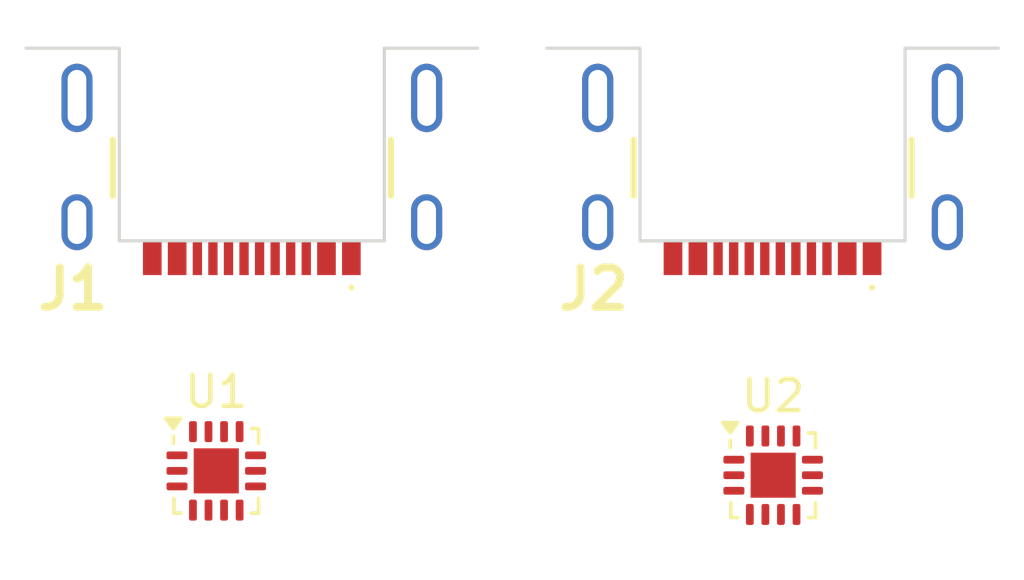
<source format=kicad_pcb>
(kicad_pcb (version 20241229) (generator "pcbnew") (generator_version "9.0")
  (layers (0 "F.Cu" signal) (2 "B.Cu" signal) (13 "F.Paste" user) (15 "B.Paste" user) (5 "F.SilkS" user "F.Silkscreen") (7 "B.SilkS" user "B.Silkscreen") (1 "F.Mask" user) (3 "B.Mask" user) (25 "Edge.Cuts" user))
  (net 0 "")
  (net 1 "/CC2")
  (net 4 "GND")
  (net 7 "VBUS")
  (net 10 "/CC1")
  (net 11 "VCONN")
  (net 12 "Net-(U1-INT_N)")
  (net 13 "VDD")
  (net 14 "Net-(U1-SDA)")
  (net 15 "Net-(U1-SCL)")
  (net 19 "Net-(U2-CC2-Pad1)")
  (net 20 "Net-(U2-GND-Pad15)")
  (net 22 "Net-(U2-CC1-Pad10)")
  (net 23 "Net-(U2-VDD-Pad3)")
  (net 26 "Net-(J2-GND-PadA1)")
  (net 27 "Net-(J2-VBUS-PadA4)")
  (footprint "Package_DFN_QFN:WQFN-14-1EP_2.5x2.5mm_P0.5mm_EP1.45x1.45mm" (layer "F.Cu") (at 83.7375 70.5)
    (property "Reference" "U1" (at 0 -2.55 0) (layer "F.SilkS"))
    (property "Value" "FUSB302B01MPX")
    (fp_line (start -1.38 -0.885) (end -1.38 -1.12) (stroke (width 0.12)) (layer "F.SilkS"))
    (fp_line (start -1.36 1.36) (end -1.36 0.885) (stroke (width 0.12)) (layer "F.SilkS"))
    (fp_line (start -1.135 1.36) (end -1.36 1.36) (stroke (width 0.12)) (layer "F.SilkS"))
    (fp_line (start 1.135 -1.36) (end 1.36 -1.36) (stroke (width 0.12)) (layer "F.SilkS"))
    (fp_line (start 1.135 1.36) (end 1.36 1.36) (stroke (width 0.12)) (layer "F.SilkS"))
    (fp_line (start 1.36 -1.36) (end 1.36 -0.885) (stroke (width 0.12)) (layer "F.SilkS"))
    (fp_line (start 1.36 1.36) (end 1.36 0.885) (stroke (width 0.12)) (layer "F.SilkS"))
    (fp_poly (pts (xy -1.38 -1.36) (xy -1.62 -1.69) (xy -1.14 -1.69)) (stroke (width 0.12)) (fill yes) (layer "F.SilkS"))
    (pad "1" smd roundrect (at -1.2625 -0.5) (size 0.675 0.25) (layers "F.Cu" "F.Mask" "F.Paste") (net 1 "/CC2"))
    (pad "2" smd roundrect (at -1.2625 0) (size 0.675 0.25) (layers "F.Cu" "F.Mask" "F.Paste") (net 7 "VBUS"))
    (pad "3" smd roundrect (at -1.2625 0.5) (size 0.675 0.25) (layers "F.Cu" "F.Mask" "F.Paste") (net 13 "VDD"))
    (pad "4" smd roundrect (at -0.75 1.2625) (size 0.25 0.675) (layers "F.Cu" "F.Mask" "F.Paste") (net 13 "VDD"))
    (pad "5" smd roundrect (at -0.25 1.2625) (size 0.25 0.675) (layers "F.Cu" "F.Mask" "F.Paste") (net 12 "Net-(U1-INT_N)"))
    (pad "6" smd roundrect (at 0.25 1.2625) (size 0.25 0.675) (layers "F.Cu" "F.Mask" "F.Paste") (net 15 "Net-(U1-SCL)"))
    (pad "7" smd roundrect (at 0.75 1.2625) (size 0.25 0.675) (layers "F.Cu" "F.Mask" "F.Paste") (net 14 "Net-(U1-SDA)"))
    (pad "8" smd roundrect (at 1.2625 0.5) (size 0.675 0.25) (layers "F.Cu" "F.Mask" "F.Paste") (net 4 "GND"))
    (pad "9" smd roundrect (at 1.2625 0) (size 0.675 0.25) (layers "F.Cu" "F.Mask" "F.Paste") (net 4 "GND"))
    (pad "10" smd roundrect (at 1.2625 -0.5) (size 0.675 0.25) (layers "F.Cu" "F.Mask" "F.Paste") (net 10 "/CC1"))
    (pad "11" smd roundrect (at 0.75 -1.2625) (size 0.25 0.675) (layers "F.Cu" "F.Mask" "F.Paste") (net 10 "/CC1"))
    (pad "12" smd roundrect (at 0.25 -1.2625) (size 0.25 0.675) (layers "F.Cu" "F.Mask" "F.Paste") (net 11 "VCONN"))
    (pad "13" smd roundrect (at -0.25 -1.2625) (size 0.25 0.675) (layers "F.Cu" "F.Mask" "F.Paste") (net 11 "VCONN"))
    (pad "14" smd roundrect (at -0.75 -1.2625) (size 0.25 0.675) (layers "F.Cu" "F.Mask" "F.Paste") (net 1 "/CC2"))
    (pad "15" smd rect (at 0 0) (size 1.45 1.45) (property pad_prop_heatsink) (layers "F.Cu" "F.Mask") (net 4 "GND"))
  )
  (footprint "Package_DFN_QFN:WQFN-14-1EP_2.5x2.5mm_P0.5mm_EP1.45x1.45mm" (layer "F.Cu") (at 101.64 70.64)
    (property "Reference" "U2" (at 0 -2.55 0) (layer "F.SilkS"))
    (property "Value" "FUSB302B01MPX")
    (fp_line (start -1.38 -0.885) (end -1.38 -1.12) (stroke (width 0.12)) (layer "F.SilkS"))
    (fp_line (start -1.36 1.36) (end -1.36 0.885) (stroke (width 0.12)) (layer "F.SilkS"))
    (fp_line (start -1.135 1.36) (end -1.36 1.36) (stroke (width 0.12)) (layer "F.SilkS"))
    (fp_line (start 1.135 -1.36) (end 1.36 -1.36) (stroke (width 0.12)) (layer "F.SilkS"))
    (fp_line (start 1.135 1.36) (end 1.36 1.36) (stroke (width 0.12)) (layer "F.SilkS"))
    (fp_line (start 1.36 -1.36) (end 1.36 -0.885) (stroke (width 0.12)) (layer "F.SilkS"))
    (fp_line (start 1.36 1.36) (end 1.36 0.885) (stroke (width 0.12)) (layer "F.SilkS"))
    (fp_poly (pts (xy -1.38 -1.36) (xy -1.62 -1.69) (xy -1.14 -1.69)) (stroke (width 0.12)) (fill yes) (layer "F.SilkS"))
    (pad "1" smd roundrect (at -1.2625 -0.5) (size 0.675 0.25) (layers "F.Cu" "F.Mask" "F.Paste") (net 19 "Net-(U2-CC2-Pad1)"))
    (pad "2" smd roundrect (at -1.2625 0) (size 0.675 0.25) (layers "F.Cu" "F.Mask" "F.Paste"))
    (pad "3" smd roundrect (at -1.2625 0.5) (size 0.675 0.25) (layers "F.Cu" "F.Mask" "F.Paste") (net 23 "Net-(U2-VDD-Pad3)"))
    (pad "4" smd roundrect (at -0.75 1.2625) (size 0.25 0.675) (layers "F.Cu" "F.Mask" "F.Paste") (net 23 "Net-(U2-VDD-Pad3)"))
    (pad "5" smd roundrect (at -0.25 1.2625) (size 0.25 0.675) (layers "F.Cu" "F.Mask" "F.Paste"))
    (pad "6" smd roundrect (at 0.25 1.2625) (size 0.25 0.675) (layers "F.Cu" "F.Mask" "F.Paste"))
    (pad "7" smd roundrect (at 0.75 1.2625) (size 0.25 0.675) (layers "F.Cu" "F.Mask" "F.Paste"))
    (pad "8" smd roundrect (at 1.2625 0.5) (size 0.675 0.25) (layers "F.Cu" "F.Mask" "F.Paste") (net 20 "Net-(U2-GND-Pad15)"))
    (pad "9" smd roundrect (at 1.2625 0) (size 0.675 0.25) (layers "F.Cu" "F.Mask" "F.Paste") (net 20 "Net-(U2-GND-Pad15)"))
    (pad "10" smd roundrect (at 1.2625 -0.5) (size 0.675 0.25) (layers "F.Cu" "F.Mask" "F.Paste") (net 22 "Net-(U2-CC1-Pad10)"))
    (pad "11" smd roundrect (at 0.75 -1.2625) (size 0.25 0.675) (layers "F.Cu" "F.Mask" "F.Paste") (net 22 "Net-(U2-CC1-Pad10)"))
    (pad "12" smd roundrect (at 0.25 -1.2625) (size 0.25 0.675) (layers "F.Cu" "F.Mask" "F.Paste"))
    (pad "13" smd roundrect (at -0.25 -1.2625) (size 0.25 0.675) (layers "F.Cu" "F.Mask" "F.Paste"))
    (pad "14" smd roundrect (at -0.75 -1.2625) (size 0.25 0.675) (layers "F.Cu" "F.Mask" "F.Paste") (net 19 "Net-(U2-CC2-Pad1)"))
    (pad "15" smd rect (at 0 0) (size 1.45 1.45) (property pad_prop_heatsink) (layers "F.Cu" "F.Mask") (net 20 "Net-(U2-GND-Pad15)"))
  )
  (footprint "stellar:USB4510031A" (layer "F.Cu") (at 101.62 59.65 180)
    (property "Reference" "J2" (at 5.75 -5 0) (layer "F.SilkS") (effects (font (size 1.27 1.27) (thickness 0.254))))
    (property "Value" "USB_C_Receptacle_USB2.0_16P" (hide yes))
    (fp_line (start 4.47 -2) (end 4.47 -0.2) (stroke (width 0.2)) (layer "F.SilkS"))
    (fp_line (start -3.2 -4.9) (end -3.2 -4.9) (stroke (width 0.1)) (layer "F.SilkS"))
    (fp_line (start -3.2 -5) (end -3.2 -5) (stroke (width 0.1)) (layer "F.SilkS"))
    (fp_line (start -4.47 -2) (end -4.47 -0.2) (stroke (width 0.2)) (layer "F.SilkS"))
    (fp_arc (start -3.2 -4.9) (mid -3.25 -4.95) (end -3.2 -5) (stroke (width 0.1)) (layer "F.SilkS"))
    (fp_arc (start -3.2 -5) (mid -3.15 -4.95) (end -3.2 -4.9) (stroke (width 0.1)) (layer "F.SilkS"))
    (fp_line (start 4.26 2.75) (end 7.26 2.75) (stroke (width 0.1)) (layer "Edge.Cuts"))
    (fp_line (start 4.26 -3.45) (end 4.26 2.75) (stroke (width 0.1)) (layer "Edge.Cuts"))
    (fp_line (start -4.26 2.75) (end -7.26 2.75) (stroke (width 0.1)) (layer "Edge.Cuts"))
    (fp_line (start -4.26 -3.45) (end 4.26 -3.45) (stroke (width 0.1)) (layer "Edge.Cuts"))
    (fp_line (start -4.26 -3.45) (end -4.26 2.75) (stroke (width 0.1)) (layer "Edge.Cuts"))
    (pad "A1" smd rect (at -3.2 -4 180) (size 0.6 1.1) (layers "F.Cu" "F.Mask" "F.Paste") (net 26 "Net-(J2-GND-PadA1)"))
    (pad "A4" smd rect (at -2.4 -4 180) (size 0.6 1.1) (layers "F.Cu" "F.Mask" "F.Paste") (net 27 "Net-(J2-VBUS-PadA4)"))
    (pad "A5" smd rect (at -1.25 -4 180) (size 0.3 1.1) (layers "F.Cu" "F.Mask" "F.Paste"))
    (pad "A6" smd rect (at -0.25 -4 180) (size 0.3 1.1) (layers "F.Cu" "F.Mask" "F.Paste"))
    (pad "A7" smd rect (at 0.25 -4 180) (size 0.3 1.1) (layers "F.Cu" "F.Mask" "F.Paste"))
    (pad "A8" smd rect (at 1.25 -4 180) (size 0.3 1.1) (layers "F.Cu" "F.Mask" "F.Paste"))
    (pad "A9" smd rect (at 2.4 -4 180) (size 0.6 1.1) (layers "F.Cu" "F.Mask" "F.Paste") (net 27 "Net-(J2-VBUS-PadA4)"))
    (pad "A12" smd rect (at 3.2 -4 180) (size 0.6 1.1) (layers "F.Cu" "F.Mask" "F.Paste") (net 26 "Net-(J2-GND-PadA1)"))
    (pad "B5" smd rect (at 1.75 -4 180) (size 0.3 1.1) (layers "F.Cu" "F.Mask" "F.Paste"))
    (pad "B6" smd rect (at 0.75 -4 180) (size 0.3 1.1) (layers "F.Cu" "F.Mask" "F.Paste"))
    (pad "B7" smd rect (at -0.75 -4 180) (size 0.3 1.1) (layers "F.Cu" "F.Mask" "F.Paste"))
    (pad "B8" smd rect (at -1.75 -4 180) (size 0.3 1.1) (layers "F.Cu" "F.Mask" "F.Paste"))
    (pad "MH1" thru_hole oval (at -5.62 -2.85 180) (size 1 1.8) (drill oval 0.6 1.4) (layers "*.Cu" "*.Mask"))
    (pad "MH2" thru_hole oval (at -5.62 1.15 180) (size 1 2.2) (drill oval 0.6 1.8) (layers "*.Cu" "*.Mask"))
    (pad "MH3" thru_hole oval (at 5.62 1.15 180) (size 1 2.2) (drill oval 0.6 1.8) (layers "*.Cu" "*.Mask"))
    (pad "MH4" thru_hole oval (at 5.62 -2.85 180) (size 1 1.8) (drill oval 0.6 1.4) (layers "*.Cu" "*.Mask"))
  )
  (footprint "stellar:USB4510031A" (layer "F.Cu") (at 84.88 59.65 180)
    (property "Reference" "J1" (at 5.75 -5 0) (layer "F.SilkS") (effects (font (size 1.27 1.27) (thickness 0.254))))
    (property "Value" "USB_C_Receptacle_USB2.0_16P" (hide yes))
    (fp_line (start 4.47 -2) (end 4.47 -0.2) (stroke (width 0.2)) (layer "F.SilkS"))
    (fp_line (start -3.2 -4.9) (end -3.2 -4.9) (stroke (width 0.1)) (layer "F.SilkS"))
    (fp_line (start -3.2 -5) (end -3.2 -5) (stroke (width 0.1)) (layer "F.SilkS"))
    (fp_line (start -4.47 -2) (end -4.47 -0.2) (stroke (width 0.2)) (layer "F.SilkS"))
    (fp_arc (start -3.2 -4.9) (mid -3.25 -4.95) (end -3.2 -5) (stroke (width 0.1)) (layer "F.SilkS"))
    (fp_arc (start -3.2 -5) (mid -3.15 -4.95) (end -3.2 -4.9) (stroke (width 0.1)) (layer "F.SilkS"))
    (fp_line (start 4.26 2.75) (end 7.26 2.75) (stroke (width 0.1)) (layer "Edge.Cuts"))
    (fp_line (start 4.26 -3.45) (end 4.26 2.75) (stroke (width 0.1)) (layer "Edge.Cuts"))
    (fp_line (start -4.26 2.75) (end -7.26 2.75) (stroke (width 0.1)) (layer "Edge.Cuts"))
    (fp_line (start -4.26 -3.45) (end 4.26 -3.45) (stroke (width 0.1)) (layer "Edge.Cuts"))
    (fp_line (start -4.26 -3.45) (end -4.26 2.75) (stroke (width 0.1)) (layer "Edge.Cuts"))
    (pad "A1" smd rect (at -3.2 -4 180) (size 0.6 1.1) (layers "F.Cu" "F.Mask" "F.Paste") (net 4 "GND"))
    (pad "A4" smd rect (at -2.4 -4 180) (size 0.6 1.1) (layers "F.Cu" "F.Mask" "F.Paste") (net 7 "VBUS"))
    (pad "A5" smd rect (at -1.25 -4 180) (size 0.3 1.1) (layers "F.Cu" "F.Mask" "F.Paste") (net 10 "/CC1"))
    (pad "A6" smd rect (at -0.25 -4 180) (size 0.3 1.1) (layers "F.Cu" "F.Mask" "F.Paste"))
    (pad "A7" smd rect (at 0.25 -4 180) (size 0.3 1.1) (layers "F.Cu" "F.Mask" "F.Paste"))
    (pad "A8" smd rect (at 1.25 -4 180) (size 0.3 1.1) (layers "F.Cu" "F.Mask" "F.Paste"))
    (pad "A9" smd rect (at 2.4 -4 180) (size 0.6 1.1) (layers "F.Cu" "F.Mask" "F.Paste") (net 7 "VBUS"))
    (pad "A12" smd rect (at 3.2 -4 180) (size 0.6 1.1) (layers "F.Cu" "F.Mask" "F.Paste") (net 4 "GND"))
    (pad "B5" smd rect (at 1.75 -4 180) (size 0.3 1.1) (layers "F.Cu" "F.Mask" "F.Paste") (net 1 "/CC2"))
    (pad "B6" smd rect (at 0.75 -4 180) (size 0.3 1.1) (layers "F.Cu" "F.Mask" "F.Paste"))
    (pad "B7" smd rect (at -0.75 -4 180) (size 0.3 1.1) (layers "F.Cu" "F.Mask" "F.Paste"))
    (pad "B8" smd rect (at -1.75 -4 180) (size 0.3 1.1) (layers "F.Cu" "F.Mask" "F.Paste"))
    (pad "MH1" thru_hole oval (at -5.62 -2.85 180) (size 1 1.8) (drill oval 0.6 1.4) (layers "*.Cu" "*.Mask"))
    (pad "MH2" thru_hole oval (at -5.62 1.15 180) (size 1 2.2) (drill oval 0.6 1.8) (layers "*.Cu" "*.Mask"))
    (pad "MH3" thru_hole oval (at 5.62 1.15 180) (size 1 2.2) (drill oval 0.6 1.8) (layers "*.Cu" "*.Mask"))
    (pad "MH4" thru_hole oval (at 5.62 -2.85 180) (size 1 1.8) (drill oval 0.6 1.4) (layers "*.Cu" "*.Mask"))
  )
)
</source>
